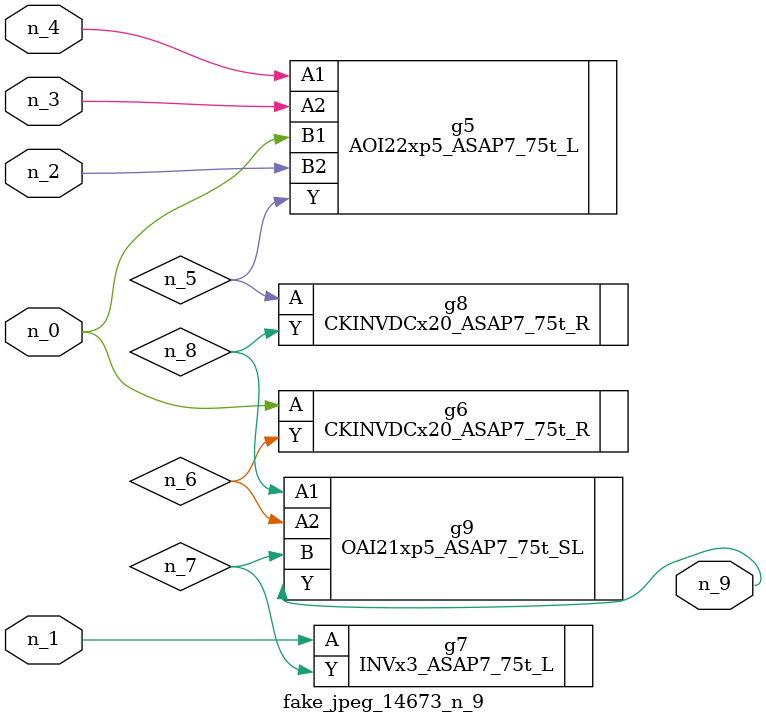
<source format=v>
module fake_jpeg_14673_n_9 (n_3, n_2, n_1, n_0, n_4, n_9);

input n_3;
input n_2;
input n_1;
input n_0;
input n_4;

output n_9;

wire n_8;
wire n_6;
wire n_5;
wire n_7;

AOI22xp5_ASAP7_75t_L g5 ( 
.A1(n_4),
.A2(n_3),
.B1(n_0),
.B2(n_2),
.Y(n_5)
);

CKINVDCx20_ASAP7_75t_R g6 ( 
.A(n_0),
.Y(n_6)
);

INVx3_ASAP7_75t_L g7 ( 
.A(n_1),
.Y(n_7)
);

CKINVDCx20_ASAP7_75t_R g8 ( 
.A(n_5),
.Y(n_8)
);

OAI21xp5_ASAP7_75t_SL g9 ( 
.A1(n_8),
.A2(n_6),
.B(n_7),
.Y(n_9)
);


endmodule
</source>
